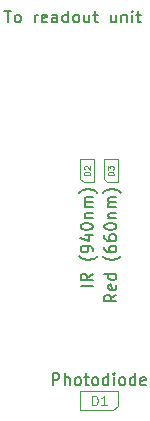
<source format=gbr>
G04 #@! TF.GenerationSoftware,KiCad,Pcbnew,(5.1.0-0)*
G04 #@! TF.CreationDate,2020-06-18T00:45:51+02:00*
G04 #@! TF.ProjectId,POxiM-fingersensor,504f7869-4d2d-4666-996e-67657273656e,Test proto*
G04 #@! TF.SameCoordinates,Original*
G04 #@! TF.FileFunction,Other,Fab,Top*
%FSLAX46Y46*%
G04 Gerber Fmt 4.6, Leading zero omitted, Abs format (unit mm)*
G04 Created by KiCad (PCBNEW (5.1.0-0)) date 2020-06-18 00:45:51*
%MOMM*%
%LPD*%
G04 APERTURE LIST*
%ADD10C,0.100000*%
%ADD11C,0.150000*%
%ADD12C,0.080000*%
%ADD13C,0.120000*%
G04 APERTURE END LIST*
D10*
X109400000Y-68000000D02*
X109400000Y-69700000D01*
X109400000Y-69700000D02*
X109700000Y-70000000D01*
X109700000Y-70000000D02*
X110600000Y-70000000D01*
X110600000Y-70000000D02*
X110600000Y-68000000D01*
X110600000Y-68000000D02*
X109400000Y-68000000D01*
X107400000Y-68000000D02*
X107400000Y-69700000D01*
X107400000Y-69700000D02*
X107700000Y-70000000D01*
X107700000Y-70000000D02*
X108600000Y-70000000D01*
X108600000Y-70000000D02*
X108600000Y-68000000D01*
X108600000Y-68000000D02*
X107400000Y-68000000D01*
X107400000Y-87700000D02*
X107400000Y-89300000D01*
X110600000Y-87700000D02*
X107400000Y-87700000D01*
X110600000Y-88900000D02*
X110600000Y-87700000D01*
X110200000Y-89300000D02*
X110600000Y-88900000D01*
X107400000Y-89300000D02*
X110200000Y-89300000D01*
D11*
X100988095Y-55452380D02*
X101559523Y-55452380D01*
X101273809Y-56452380D02*
X101273809Y-55452380D01*
X102035714Y-56452380D02*
X101940476Y-56404761D01*
X101892857Y-56357142D01*
X101845238Y-56261904D01*
X101845238Y-55976190D01*
X101892857Y-55880952D01*
X101940476Y-55833333D01*
X102035714Y-55785714D01*
X102178571Y-55785714D01*
X102273809Y-55833333D01*
X102321428Y-55880952D01*
X102369047Y-55976190D01*
X102369047Y-56261904D01*
X102321428Y-56357142D01*
X102273809Y-56404761D01*
X102178571Y-56452380D01*
X102035714Y-56452380D01*
X103559523Y-56452380D02*
X103559523Y-55785714D01*
X103559523Y-55976190D02*
X103607142Y-55880952D01*
X103654761Y-55833333D01*
X103750000Y-55785714D01*
X103845238Y-55785714D01*
X104559523Y-56404761D02*
X104464285Y-56452380D01*
X104273809Y-56452380D01*
X104178571Y-56404761D01*
X104130952Y-56309523D01*
X104130952Y-55928571D01*
X104178571Y-55833333D01*
X104273809Y-55785714D01*
X104464285Y-55785714D01*
X104559523Y-55833333D01*
X104607142Y-55928571D01*
X104607142Y-56023809D01*
X104130952Y-56119047D01*
X105464285Y-56452380D02*
X105464285Y-55928571D01*
X105416666Y-55833333D01*
X105321428Y-55785714D01*
X105130952Y-55785714D01*
X105035714Y-55833333D01*
X105464285Y-56404761D02*
X105369047Y-56452380D01*
X105130952Y-56452380D01*
X105035714Y-56404761D01*
X104988095Y-56309523D01*
X104988095Y-56214285D01*
X105035714Y-56119047D01*
X105130952Y-56071428D01*
X105369047Y-56071428D01*
X105464285Y-56023809D01*
X106369047Y-56452380D02*
X106369047Y-55452380D01*
X106369047Y-56404761D02*
X106273809Y-56452380D01*
X106083333Y-56452380D01*
X105988095Y-56404761D01*
X105940476Y-56357142D01*
X105892857Y-56261904D01*
X105892857Y-55976190D01*
X105940476Y-55880952D01*
X105988095Y-55833333D01*
X106083333Y-55785714D01*
X106273809Y-55785714D01*
X106369047Y-55833333D01*
X106988095Y-56452380D02*
X106892857Y-56404761D01*
X106845238Y-56357142D01*
X106797619Y-56261904D01*
X106797619Y-55976190D01*
X106845238Y-55880952D01*
X106892857Y-55833333D01*
X106988095Y-55785714D01*
X107130952Y-55785714D01*
X107226190Y-55833333D01*
X107273809Y-55880952D01*
X107321428Y-55976190D01*
X107321428Y-56261904D01*
X107273809Y-56357142D01*
X107226190Y-56404761D01*
X107130952Y-56452380D01*
X106988095Y-56452380D01*
X108178571Y-55785714D02*
X108178571Y-56452380D01*
X107750000Y-55785714D02*
X107750000Y-56309523D01*
X107797619Y-56404761D01*
X107892857Y-56452380D01*
X108035714Y-56452380D01*
X108130952Y-56404761D01*
X108178571Y-56357142D01*
X108511904Y-55785714D02*
X108892857Y-55785714D01*
X108654761Y-55452380D02*
X108654761Y-56309523D01*
X108702380Y-56404761D01*
X108797619Y-56452380D01*
X108892857Y-56452380D01*
X110416666Y-55785714D02*
X110416666Y-56452380D01*
X109988095Y-55785714D02*
X109988095Y-56309523D01*
X110035714Y-56404761D01*
X110130952Y-56452380D01*
X110273809Y-56452380D01*
X110369047Y-56404761D01*
X110416666Y-56357142D01*
X110892857Y-55785714D02*
X110892857Y-56452380D01*
X110892857Y-55880952D02*
X110940476Y-55833333D01*
X111035714Y-55785714D01*
X111178571Y-55785714D01*
X111273809Y-55833333D01*
X111321428Y-55928571D01*
X111321428Y-56452380D01*
X111797619Y-56452380D02*
X111797619Y-55785714D01*
X111797619Y-55452380D02*
X111750000Y-55500000D01*
X111797619Y-55547619D01*
X111845238Y-55500000D01*
X111797619Y-55452380D01*
X111797619Y-55547619D01*
X112130952Y-55785714D02*
X112511904Y-55785714D01*
X112273809Y-55452380D02*
X112273809Y-56309523D01*
X112321428Y-56404761D01*
X112416666Y-56452380D01*
X112511904Y-56452380D01*
X110452380Y-79490357D02*
X109976190Y-79823690D01*
X110452380Y-80061785D02*
X109452380Y-80061785D01*
X109452380Y-79680833D01*
X109500000Y-79585595D01*
X109547619Y-79537976D01*
X109642857Y-79490357D01*
X109785714Y-79490357D01*
X109880952Y-79537976D01*
X109928571Y-79585595D01*
X109976190Y-79680833D01*
X109976190Y-80061785D01*
X110404761Y-78680833D02*
X110452380Y-78776071D01*
X110452380Y-78966547D01*
X110404761Y-79061785D01*
X110309523Y-79109404D01*
X109928571Y-79109404D01*
X109833333Y-79061785D01*
X109785714Y-78966547D01*
X109785714Y-78776071D01*
X109833333Y-78680833D01*
X109928571Y-78633214D01*
X110023809Y-78633214D01*
X110119047Y-79109404D01*
X110452380Y-77776071D02*
X109452380Y-77776071D01*
X110404761Y-77776071D02*
X110452380Y-77871309D01*
X110452380Y-78061785D01*
X110404761Y-78157023D01*
X110357142Y-78204642D01*
X110261904Y-78252261D01*
X109976190Y-78252261D01*
X109880952Y-78204642D01*
X109833333Y-78157023D01*
X109785714Y-78061785D01*
X109785714Y-77871309D01*
X109833333Y-77776071D01*
X110833333Y-76252261D02*
X110785714Y-76299880D01*
X110642857Y-76395119D01*
X110547619Y-76442738D01*
X110404761Y-76490357D01*
X110166666Y-76537976D01*
X109976190Y-76537976D01*
X109738095Y-76490357D01*
X109595238Y-76442738D01*
X109500000Y-76395119D01*
X109357142Y-76299880D01*
X109309523Y-76252261D01*
X109452380Y-75442738D02*
X109452380Y-75633214D01*
X109500000Y-75728452D01*
X109547619Y-75776071D01*
X109690476Y-75871309D01*
X109880952Y-75918928D01*
X110261904Y-75918928D01*
X110357142Y-75871309D01*
X110404761Y-75823690D01*
X110452380Y-75728452D01*
X110452380Y-75537976D01*
X110404761Y-75442738D01*
X110357142Y-75395119D01*
X110261904Y-75347500D01*
X110023809Y-75347500D01*
X109928571Y-75395119D01*
X109880952Y-75442738D01*
X109833333Y-75537976D01*
X109833333Y-75728452D01*
X109880952Y-75823690D01*
X109928571Y-75871309D01*
X110023809Y-75918928D01*
X109452380Y-74490357D02*
X109452380Y-74680833D01*
X109500000Y-74776071D01*
X109547619Y-74823690D01*
X109690476Y-74918928D01*
X109880952Y-74966547D01*
X110261904Y-74966547D01*
X110357142Y-74918928D01*
X110404761Y-74871309D01*
X110452380Y-74776071D01*
X110452380Y-74585595D01*
X110404761Y-74490357D01*
X110357142Y-74442738D01*
X110261904Y-74395119D01*
X110023809Y-74395119D01*
X109928571Y-74442738D01*
X109880952Y-74490357D01*
X109833333Y-74585595D01*
X109833333Y-74776071D01*
X109880952Y-74871309D01*
X109928571Y-74918928D01*
X110023809Y-74966547D01*
X109452380Y-73776071D02*
X109452380Y-73680833D01*
X109500000Y-73585595D01*
X109547619Y-73537976D01*
X109642857Y-73490357D01*
X109833333Y-73442738D01*
X110071428Y-73442738D01*
X110261904Y-73490357D01*
X110357142Y-73537976D01*
X110404761Y-73585595D01*
X110452380Y-73680833D01*
X110452380Y-73776071D01*
X110404761Y-73871309D01*
X110357142Y-73918928D01*
X110261904Y-73966547D01*
X110071428Y-74014166D01*
X109833333Y-74014166D01*
X109642857Y-73966547D01*
X109547619Y-73918928D01*
X109500000Y-73871309D01*
X109452380Y-73776071D01*
X109785714Y-73014166D02*
X110452380Y-73014166D01*
X109880952Y-73014166D02*
X109833333Y-72966547D01*
X109785714Y-72871309D01*
X109785714Y-72728452D01*
X109833333Y-72633214D01*
X109928571Y-72585595D01*
X110452380Y-72585595D01*
X110452380Y-72109404D02*
X109785714Y-72109404D01*
X109880952Y-72109404D02*
X109833333Y-72061785D01*
X109785714Y-71966547D01*
X109785714Y-71823690D01*
X109833333Y-71728452D01*
X109928571Y-71680833D01*
X110452380Y-71680833D01*
X109928571Y-71680833D02*
X109833333Y-71633214D01*
X109785714Y-71537976D01*
X109785714Y-71395119D01*
X109833333Y-71299880D01*
X109928571Y-71252261D01*
X110452380Y-71252261D01*
X110833333Y-70871309D02*
X110785714Y-70823690D01*
X110642857Y-70728452D01*
X110547619Y-70680833D01*
X110404761Y-70633214D01*
X110166666Y-70585595D01*
X109976190Y-70585595D01*
X109738095Y-70633214D01*
X109595238Y-70680833D01*
X109500000Y-70728452D01*
X109357142Y-70823690D01*
X109309523Y-70871309D01*
D12*
X110226190Y-69369047D02*
X109726190Y-69369047D01*
X109726190Y-69250000D01*
X109750000Y-69178571D01*
X109797619Y-69130952D01*
X109845238Y-69107142D01*
X109940476Y-69083333D01*
X110011904Y-69083333D01*
X110107142Y-69107142D01*
X110154761Y-69130952D01*
X110202380Y-69178571D01*
X110226190Y-69250000D01*
X110226190Y-69369047D01*
X109726190Y-68916666D02*
X109726190Y-68607142D01*
X109916666Y-68773809D01*
X109916666Y-68702380D01*
X109940476Y-68654761D01*
X109964285Y-68630952D01*
X110011904Y-68607142D01*
X110130952Y-68607142D01*
X110178571Y-68630952D01*
X110202380Y-68654761D01*
X110226190Y-68702380D01*
X110226190Y-68845238D01*
X110202380Y-68892857D01*
X110178571Y-68916666D01*
D11*
X108452380Y-78776071D02*
X107452380Y-78776071D01*
X108452380Y-77728452D02*
X107976190Y-78061785D01*
X108452380Y-78299880D02*
X107452380Y-78299880D01*
X107452380Y-77918928D01*
X107500000Y-77823690D01*
X107547619Y-77776071D01*
X107642857Y-77728452D01*
X107785714Y-77728452D01*
X107880952Y-77776071D01*
X107928571Y-77823690D01*
X107976190Y-77918928D01*
X107976190Y-78299880D01*
X108833333Y-76252261D02*
X108785714Y-76299880D01*
X108642857Y-76395119D01*
X108547619Y-76442738D01*
X108404761Y-76490357D01*
X108166666Y-76537976D01*
X107976190Y-76537976D01*
X107738095Y-76490357D01*
X107595238Y-76442738D01*
X107500000Y-76395119D01*
X107357142Y-76299880D01*
X107309523Y-76252261D01*
X108452380Y-75823690D02*
X108452380Y-75633214D01*
X108404761Y-75537976D01*
X108357142Y-75490357D01*
X108214285Y-75395119D01*
X108023809Y-75347500D01*
X107642857Y-75347500D01*
X107547619Y-75395119D01*
X107500000Y-75442738D01*
X107452380Y-75537976D01*
X107452380Y-75728452D01*
X107500000Y-75823690D01*
X107547619Y-75871309D01*
X107642857Y-75918928D01*
X107880952Y-75918928D01*
X107976190Y-75871309D01*
X108023809Y-75823690D01*
X108071428Y-75728452D01*
X108071428Y-75537976D01*
X108023809Y-75442738D01*
X107976190Y-75395119D01*
X107880952Y-75347500D01*
X107785714Y-74490357D02*
X108452380Y-74490357D01*
X107404761Y-74728452D02*
X108119047Y-74966547D01*
X108119047Y-74347500D01*
X107452380Y-73776071D02*
X107452380Y-73680833D01*
X107500000Y-73585595D01*
X107547619Y-73537976D01*
X107642857Y-73490357D01*
X107833333Y-73442738D01*
X108071428Y-73442738D01*
X108261904Y-73490357D01*
X108357142Y-73537976D01*
X108404761Y-73585595D01*
X108452380Y-73680833D01*
X108452380Y-73776071D01*
X108404761Y-73871309D01*
X108357142Y-73918928D01*
X108261904Y-73966547D01*
X108071428Y-74014166D01*
X107833333Y-74014166D01*
X107642857Y-73966547D01*
X107547619Y-73918928D01*
X107500000Y-73871309D01*
X107452380Y-73776071D01*
X107785714Y-73014166D02*
X108452380Y-73014166D01*
X107880952Y-73014166D02*
X107833333Y-72966547D01*
X107785714Y-72871309D01*
X107785714Y-72728452D01*
X107833333Y-72633214D01*
X107928571Y-72585595D01*
X108452380Y-72585595D01*
X108452380Y-72109404D02*
X107785714Y-72109404D01*
X107880952Y-72109404D02*
X107833333Y-72061785D01*
X107785714Y-71966547D01*
X107785714Y-71823690D01*
X107833333Y-71728452D01*
X107928571Y-71680833D01*
X108452380Y-71680833D01*
X107928571Y-71680833D02*
X107833333Y-71633214D01*
X107785714Y-71537976D01*
X107785714Y-71395119D01*
X107833333Y-71299880D01*
X107928571Y-71252261D01*
X108452380Y-71252261D01*
X108833333Y-70871309D02*
X108785714Y-70823690D01*
X108642857Y-70728452D01*
X108547619Y-70680833D01*
X108404761Y-70633214D01*
X108166666Y-70585595D01*
X107976190Y-70585595D01*
X107738095Y-70633214D01*
X107595238Y-70680833D01*
X107500000Y-70728452D01*
X107357142Y-70823690D01*
X107309523Y-70871309D01*
D12*
X108226190Y-69369047D02*
X107726190Y-69369047D01*
X107726190Y-69250000D01*
X107750000Y-69178571D01*
X107797619Y-69130952D01*
X107845238Y-69107142D01*
X107940476Y-69083333D01*
X108011904Y-69083333D01*
X108107142Y-69107142D01*
X108154761Y-69130952D01*
X108202380Y-69178571D01*
X108226190Y-69250000D01*
X108226190Y-69369047D01*
X107773809Y-68892857D02*
X107750000Y-68869047D01*
X107726190Y-68821428D01*
X107726190Y-68702380D01*
X107750000Y-68654761D01*
X107773809Y-68630952D01*
X107821428Y-68607142D01*
X107869047Y-68607142D01*
X107940476Y-68630952D01*
X108226190Y-68916666D01*
X108226190Y-68607142D01*
D11*
X105071428Y-87172380D02*
X105071428Y-86172380D01*
X105452380Y-86172380D01*
X105547619Y-86220000D01*
X105595238Y-86267619D01*
X105642857Y-86362857D01*
X105642857Y-86505714D01*
X105595238Y-86600952D01*
X105547619Y-86648571D01*
X105452380Y-86696190D01*
X105071428Y-86696190D01*
X106071428Y-87172380D02*
X106071428Y-86172380D01*
X106500000Y-87172380D02*
X106500000Y-86648571D01*
X106452380Y-86553333D01*
X106357142Y-86505714D01*
X106214285Y-86505714D01*
X106119047Y-86553333D01*
X106071428Y-86600952D01*
X107119047Y-87172380D02*
X107023809Y-87124761D01*
X106976190Y-87077142D01*
X106928571Y-86981904D01*
X106928571Y-86696190D01*
X106976190Y-86600952D01*
X107023809Y-86553333D01*
X107119047Y-86505714D01*
X107261904Y-86505714D01*
X107357142Y-86553333D01*
X107404761Y-86600952D01*
X107452380Y-86696190D01*
X107452380Y-86981904D01*
X107404761Y-87077142D01*
X107357142Y-87124761D01*
X107261904Y-87172380D01*
X107119047Y-87172380D01*
X107738095Y-86505714D02*
X108119047Y-86505714D01*
X107880952Y-86172380D02*
X107880952Y-87029523D01*
X107928571Y-87124761D01*
X108023809Y-87172380D01*
X108119047Y-87172380D01*
X108595238Y-87172380D02*
X108500000Y-87124761D01*
X108452380Y-87077142D01*
X108404761Y-86981904D01*
X108404761Y-86696190D01*
X108452380Y-86600952D01*
X108500000Y-86553333D01*
X108595238Y-86505714D01*
X108738095Y-86505714D01*
X108833333Y-86553333D01*
X108880952Y-86600952D01*
X108928571Y-86696190D01*
X108928571Y-86981904D01*
X108880952Y-87077142D01*
X108833333Y-87124761D01*
X108738095Y-87172380D01*
X108595238Y-87172380D01*
X109785714Y-87172380D02*
X109785714Y-86172380D01*
X109785714Y-87124761D02*
X109690476Y-87172380D01*
X109500000Y-87172380D01*
X109404761Y-87124761D01*
X109357142Y-87077142D01*
X109309523Y-86981904D01*
X109309523Y-86696190D01*
X109357142Y-86600952D01*
X109404761Y-86553333D01*
X109500000Y-86505714D01*
X109690476Y-86505714D01*
X109785714Y-86553333D01*
X110261904Y-87172380D02*
X110261904Y-86505714D01*
X110261904Y-86172380D02*
X110214285Y-86220000D01*
X110261904Y-86267619D01*
X110309523Y-86220000D01*
X110261904Y-86172380D01*
X110261904Y-86267619D01*
X110880952Y-87172380D02*
X110785714Y-87124761D01*
X110738095Y-87077142D01*
X110690476Y-86981904D01*
X110690476Y-86696190D01*
X110738095Y-86600952D01*
X110785714Y-86553333D01*
X110880952Y-86505714D01*
X111023809Y-86505714D01*
X111119047Y-86553333D01*
X111166666Y-86600952D01*
X111214285Y-86696190D01*
X111214285Y-86981904D01*
X111166666Y-87077142D01*
X111119047Y-87124761D01*
X111023809Y-87172380D01*
X110880952Y-87172380D01*
X112071428Y-87172380D02*
X112071428Y-86172380D01*
X112071428Y-87124761D02*
X111976190Y-87172380D01*
X111785714Y-87172380D01*
X111690476Y-87124761D01*
X111642857Y-87077142D01*
X111595238Y-86981904D01*
X111595238Y-86696190D01*
X111642857Y-86600952D01*
X111690476Y-86553333D01*
X111785714Y-86505714D01*
X111976190Y-86505714D01*
X112071428Y-86553333D01*
X112928571Y-87124761D02*
X112833333Y-87172380D01*
X112642857Y-87172380D01*
X112547619Y-87124761D01*
X112500000Y-87029523D01*
X112500000Y-86648571D01*
X112547619Y-86553333D01*
X112642857Y-86505714D01*
X112833333Y-86505714D01*
X112928571Y-86553333D01*
X112976190Y-86648571D01*
X112976190Y-86743809D01*
X112500000Y-86839047D01*
D13*
X108409523Y-88861904D02*
X108409523Y-88061904D01*
X108600000Y-88061904D01*
X108714285Y-88100000D01*
X108790476Y-88176190D01*
X108828571Y-88252380D01*
X108866666Y-88404761D01*
X108866666Y-88519047D01*
X108828571Y-88671428D01*
X108790476Y-88747619D01*
X108714285Y-88823809D01*
X108600000Y-88861904D01*
X108409523Y-88861904D01*
X109628571Y-88861904D02*
X109171428Y-88861904D01*
X109400000Y-88861904D02*
X109400000Y-88061904D01*
X109323809Y-88176190D01*
X109247619Y-88252380D01*
X109171428Y-88290476D01*
M02*

</source>
